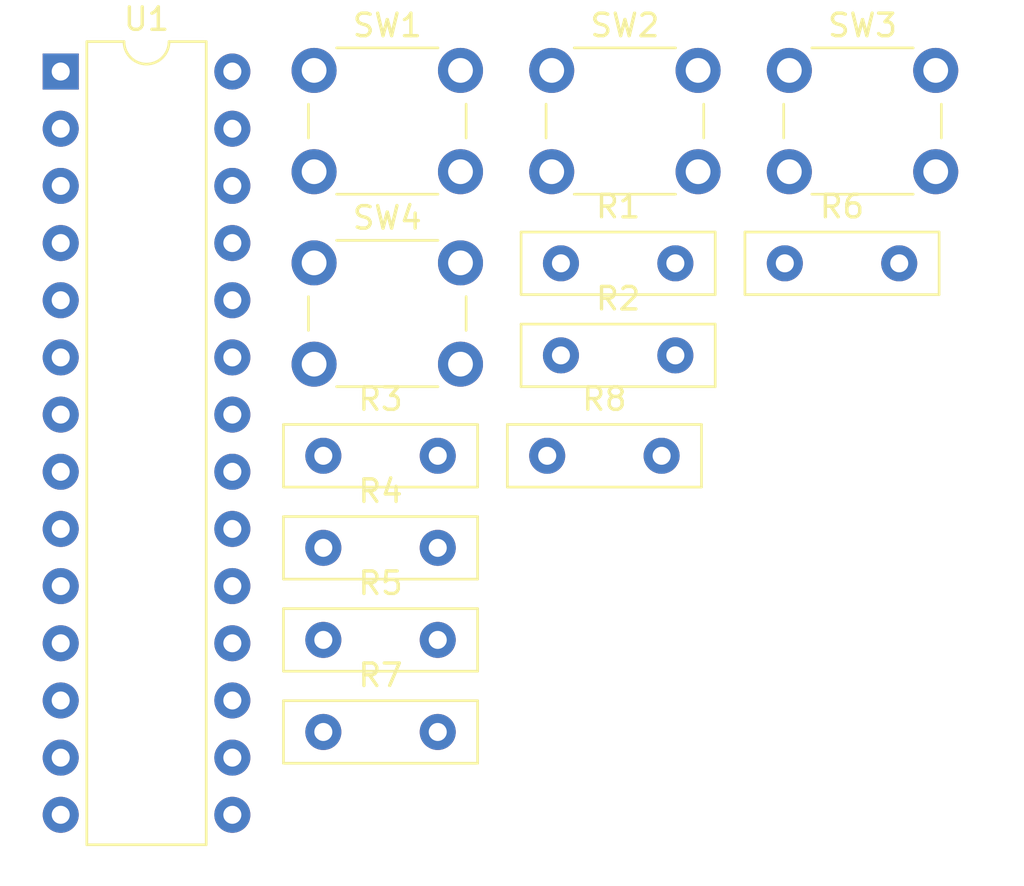
<source format=kicad_pcb>
(kicad_pcb (version 20171130) (host pcbnew "(5.1.6)-1")

  (general
    (thickness 1.6)
    (drawings 0)
    (tracks 0)
    (zones 0)
    (modules 13)
    (nets 28)
  )

  (page A4)
  (layers
    (0 F.Cu signal)
    (31 B.Cu signal)
    (32 B.Adhes user)
    (33 F.Adhes user)
    (34 B.Paste user)
    (35 F.Paste user)
    (36 B.SilkS user)
    (37 F.SilkS user)
    (38 B.Mask user)
    (39 F.Mask user)
    (40 Dwgs.User user)
    (41 Cmts.User user)
    (42 Eco1.User user)
    (43 Eco2.User user)
    (44 Edge.Cuts user)
    (45 Margin user)
    (46 B.CrtYd user)
    (47 F.CrtYd user)
    (48 B.Fab user)
    (49 F.Fab user)
  )

  (setup
    (last_trace_width 2)
    (trace_clearance 0.2)
    (zone_clearance 0.508)
    (zone_45_only no)
    (trace_min 0.2)
    (via_size 2)
    (via_drill 0.4)
    (via_min_size 0.4)
    (via_min_drill 0.3)
    (uvia_size 0.3)
    (uvia_drill 0.1)
    (uvias_allowed no)
    (uvia_min_size 0.2)
    (uvia_min_drill 0.1)
    (edge_width 0.05)
    (segment_width 0.2)
    (pcb_text_width 0.3)
    (pcb_text_size 1.5 1.5)
    (mod_edge_width 0.12)
    (mod_text_size 1 1)
    (mod_text_width 0.15)
    (pad_size 1.524 1.524)
    (pad_drill 0.762)
    (pad_to_mask_clearance 0.05)
    (aux_axis_origin 0 0)
    (visible_elements 7FFFFFFF)
    (pcbplotparams
      (layerselection 0x010fc_ffffffff)
      (usegerberextensions false)
      (usegerberattributes true)
      (usegerberadvancedattributes true)
      (creategerberjobfile true)
      (excludeedgelayer true)
      (linewidth 0.100000)
      (plotframeref false)
      (viasonmask false)
      (mode 1)
      (useauxorigin false)
      (hpglpennumber 1)
      (hpglpenspeed 20)
      (hpglpendiameter 15.000000)
      (psnegative false)
      (psa4output false)
      (plotreference true)
      (plotvalue true)
      (plotinvisibletext false)
      (padsonsilk false)
      (subtractmaskfromsilk false)
      (outputformat 1)
      (mirror false)
      (drillshape 1)
      (scaleselection 1)
      (outputdirectory ""))
  )

  (net 0 "")
  (net 1 "Net-(U1-Pad1)")
  (net 2 "Net-(U1-Pad15)")
  (net 3 "Net-(U1-Pad2)")
  (net 4 "Net-(U1-Pad16)")
  (net 5 "Net-(U1-Pad3)")
  (net 6 "Net-(U1-Pad17)")
  (net 7 "Net-(U1-Pad4)")
  (net 8 "Net-(U1-Pad18)")
  (net 9 "Net-(U1-Pad5)")
  (net 10 "Net-(U1-Pad19)")
  (net 11 "Net-(U1-Pad21)")
  (net 12 "Net-(U1-Pad9)")
  (net 13 "Net-(U1-Pad10)")
  (net 14 "Net-(U1-Pad27)")
  (net 15 "Net-(U1-Pad14)")
  (net 16 "Net-(U1-Pad28)")
  (net 17 "Net-(U1-Pad20)")
  (net 18 "Net-(R1-Pad2)")
  (net 19 "Net-(R1-Pad1)")
  (net 20 "Net-(R2-Pad1)")
  (net 21 "Net-(R3-Pad1)")
  (net 22 "Net-(R4-Pad1)")
  (net 23 "Net-(R5-Pad1)")
  (net 24 "Net-(R6-Pad1)")
  (net 25 "Net-(R7-Pad1)")
  (net 26 "Net-(R8-Pad1)")
  (net 27 "Net-(SW1-Pad2)")

  (net_class Default "This is the default net class."
    (clearance 0.2)
    (trace_width 2)
    (via_dia 2)
    (via_drill 0.4)
    (uvia_dia 0.3)
    (uvia_drill 0.1)
    (add_net "Net-(R1-Pad1)")
    (add_net "Net-(R1-Pad2)")
    (add_net "Net-(R2-Pad1)")
    (add_net "Net-(R3-Pad1)")
    (add_net "Net-(R4-Pad1)")
    (add_net "Net-(R5-Pad1)")
    (add_net "Net-(R6-Pad1)")
    (add_net "Net-(R7-Pad1)")
    (add_net "Net-(R8-Pad1)")
    (add_net "Net-(SW1-Pad2)")
    (add_net "Net-(U1-Pad1)")
    (add_net "Net-(U1-Pad10)")
    (add_net "Net-(U1-Pad14)")
    (add_net "Net-(U1-Pad15)")
    (add_net "Net-(U1-Pad16)")
    (add_net "Net-(U1-Pad17)")
    (add_net "Net-(U1-Pad18)")
    (add_net "Net-(U1-Pad19)")
    (add_net "Net-(U1-Pad2)")
    (add_net "Net-(U1-Pad20)")
    (add_net "Net-(U1-Pad21)")
    (add_net "Net-(U1-Pad27)")
    (add_net "Net-(U1-Pad28)")
    (add_net "Net-(U1-Pad3)")
    (add_net "Net-(U1-Pad4)")
    (add_net "Net-(U1-Pad5)")
    (add_net "Net-(U1-Pad9)")
  )

  (module Resistor_THT:R_Box_L8.4mm_W2.5mm_P5.08mm (layer F.Cu) (tedit 5AE5139B) (tstamp 5F3FEF13)
    (at 93.918085 48.314848)
    (descr "Resistor, Box series, Radial, pin pitch=5.08mm, 0.5W = 1/2W, length*width=8.38*2.54mm^2, http://www.vishay.com/docs/60051/cns020.pdf")
    (tags "Resistor Box series Radial pin pitch 5.08mm 0.5W = 1/2W length 8.38mm width 2.54mm")
    (path /5F3549C3)
    (fp_text reference R1 (at 2.54 -2.52) (layer F.SilkS)
      (effects (font (size 1 1) (thickness 0.15)))
    )
    (fp_text value R_Small_US (at 2.54 2.52) (layer F.Fab)
      (effects (font (size 1 1) (thickness 0.15)))
    )
    (fp_line (start 6.98 -1.52) (end -1.91 -1.52) (layer F.CrtYd) (width 0.05))
    (fp_line (start 6.98 1.52) (end 6.98 -1.52) (layer F.CrtYd) (width 0.05))
    (fp_line (start -1.91 1.52) (end 6.98 1.52) (layer F.CrtYd) (width 0.05))
    (fp_line (start -1.91 -1.52) (end -1.91 1.52) (layer F.CrtYd) (width 0.05))
    (fp_line (start 6.85 -1.39) (end 6.85 1.39) (layer F.SilkS) (width 0.12))
    (fp_line (start -1.77 -1.39) (end -1.77 1.39) (layer F.SilkS) (width 0.12))
    (fp_line (start -1.77 1.39) (end 6.85 1.39) (layer F.SilkS) (width 0.12))
    (fp_line (start -1.77 -1.39) (end 6.85 -1.39) (layer F.SilkS) (width 0.12))
    (fp_line (start 6.73 -1.27) (end -1.65 -1.27) (layer F.Fab) (width 0.1))
    (fp_line (start 6.73 1.27) (end 6.73 -1.27) (layer F.Fab) (width 0.1))
    (fp_line (start -1.65 1.27) (end 6.73 1.27) (layer F.Fab) (width 0.1))
    (fp_line (start -1.65 -1.27) (end -1.65 1.27) (layer F.Fab) (width 0.1))
    (fp_text user %R (at 2.54 0) (layer F.Fab)
      (effects (font (size 1 1) (thickness 0.15)))
    )
    (pad 1 thru_hole circle (at 0 0) (size 1.6 1.6) (drill 0.8) (layers *.Cu *.Mask)
      (net 19 "Net-(R1-Pad1)"))
    (pad 2 thru_hole circle (at 5.08 0) (size 1.6 1.6) (drill 0.8) (layers *.Cu *.Mask)
      (net 18 "Net-(R1-Pad2)"))
    (model ${KISYS3DMOD}/Resistor_THT.3dshapes/R_Box_L8.4mm_W2.5mm_P5.08mm.wrl
      (at (xyz 0 0 0))
      (scale (xyz 1 1 1))
      (rotate (xyz 0 0 0))
    )
  )

  (module Resistor_THT:R_Box_L8.4mm_W2.5mm_P5.08mm (layer F.Cu) (tedit 5AE5139B) (tstamp 5F3FEF26)
    (at 93.918085 52.404848)
    (descr "Resistor, Box series, Radial, pin pitch=5.08mm, 0.5W = 1/2W, length*width=8.38*2.54mm^2, http://www.vishay.com/docs/60051/cns020.pdf")
    (tags "Resistor Box series Radial pin pitch 5.08mm 0.5W = 1/2W length 8.38mm width 2.54mm")
    (path /5F459518)
    (fp_text reference R2 (at 2.54 -2.52) (layer F.SilkS)
      (effects (font (size 1 1) (thickness 0.15)))
    )
    (fp_text value R_Small_US (at 2.54 2.52) (layer F.Fab)
      (effects (font (size 1 1) (thickness 0.15)))
    )
    (fp_text user %R (at 2.54 0) (layer F.Fab)
      (effects (font (size 1 1) (thickness 0.15)))
    )
    (fp_line (start -1.65 -1.27) (end -1.65 1.27) (layer F.Fab) (width 0.1))
    (fp_line (start -1.65 1.27) (end 6.73 1.27) (layer F.Fab) (width 0.1))
    (fp_line (start 6.73 1.27) (end 6.73 -1.27) (layer F.Fab) (width 0.1))
    (fp_line (start 6.73 -1.27) (end -1.65 -1.27) (layer F.Fab) (width 0.1))
    (fp_line (start -1.77 -1.39) (end 6.85 -1.39) (layer F.SilkS) (width 0.12))
    (fp_line (start -1.77 1.39) (end 6.85 1.39) (layer F.SilkS) (width 0.12))
    (fp_line (start -1.77 -1.39) (end -1.77 1.39) (layer F.SilkS) (width 0.12))
    (fp_line (start 6.85 -1.39) (end 6.85 1.39) (layer F.SilkS) (width 0.12))
    (fp_line (start -1.91 -1.52) (end -1.91 1.52) (layer F.CrtYd) (width 0.05))
    (fp_line (start -1.91 1.52) (end 6.98 1.52) (layer F.CrtYd) (width 0.05))
    (fp_line (start 6.98 1.52) (end 6.98 -1.52) (layer F.CrtYd) (width 0.05))
    (fp_line (start 6.98 -1.52) (end -1.91 -1.52) (layer F.CrtYd) (width 0.05))
    (pad 2 thru_hole circle (at 5.08 0) (size 1.6 1.6) (drill 0.8) (layers *.Cu *.Mask)
      (net 18 "Net-(R1-Pad2)"))
    (pad 1 thru_hole circle (at 0 0) (size 1.6 1.6) (drill 0.8) (layers *.Cu *.Mask)
      (net 20 "Net-(R2-Pad1)"))
    (model ${KISYS3DMOD}/Resistor_THT.3dshapes/R_Box_L8.4mm_W2.5mm_P5.08mm.wrl
      (at (xyz 0 0 0))
      (scale (xyz 1 1 1))
      (rotate (xyz 0 0 0))
    )
  )

  (module Resistor_THT:R_Box_L8.4mm_W2.5mm_P5.08mm (layer F.Cu) (tedit 5AE5139B) (tstamp 5F3FEF39)
    (at 83.368085 56.864848)
    (descr "Resistor, Box series, Radial, pin pitch=5.08mm, 0.5W = 1/2W, length*width=8.38*2.54mm^2, http://www.vishay.com/docs/60051/cns020.pdf")
    (tags "Resistor Box series Radial pin pitch 5.08mm 0.5W = 1/2W length 8.38mm width 2.54mm")
    (path /5F459E52)
    (fp_text reference R3 (at 2.54 -2.52) (layer F.SilkS)
      (effects (font (size 1 1) (thickness 0.15)))
    )
    (fp_text value R_Small_US (at 2.54 2.52) (layer F.Fab)
      (effects (font (size 1 1) (thickness 0.15)))
    )
    (fp_line (start 6.98 -1.52) (end -1.91 -1.52) (layer F.CrtYd) (width 0.05))
    (fp_line (start 6.98 1.52) (end 6.98 -1.52) (layer F.CrtYd) (width 0.05))
    (fp_line (start -1.91 1.52) (end 6.98 1.52) (layer F.CrtYd) (width 0.05))
    (fp_line (start -1.91 -1.52) (end -1.91 1.52) (layer F.CrtYd) (width 0.05))
    (fp_line (start 6.85 -1.39) (end 6.85 1.39) (layer F.SilkS) (width 0.12))
    (fp_line (start -1.77 -1.39) (end -1.77 1.39) (layer F.SilkS) (width 0.12))
    (fp_line (start -1.77 1.39) (end 6.85 1.39) (layer F.SilkS) (width 0.12))
    (fp_line (start -1.77 -1.39) (end 6.85 -1.39) (layer F.SilkS) (width 0.12))
    (fp_line (start 6.73 -1.27) (end -1.65 -1.27) (layer F.Fab) (width 0.1))
    (fp_line (start 6.73 1.27) (end 6.73 -1.27) (layer F.Fab) (width 0.1))
    (fp_line (start -1.65 1.27) (end 6.73 1.27) (layer F.Fab) (width 0.1))
    (fp_line (start -1.65 -1.27) (end -1.65 1.27) (layer F.Fab) (width 0.1))
    (fp_text user %R (at 2.54 0) (layer F.Fab)
      (effects (font (size 1 1) (thickness 0.15)))
    )
    (pad 1 thru_hole circle (at 0 0) (size 1.6 1.6) (drill 0.8) (layers *.Cu *.Mask)
      (net 21 "Net-(R3-Pad1)"))
    (pad 2 thru_hole circle (at 5.08 0) (size 1.6 1.6) (drill 0.8) (layers *.Cu *.Mask)
      (net 18 "Net-(R1-Pad2)"))
    (model ${KISYS3DMOD}/Resistor_THT.3dshapes/R_Box_L8.4mm_W2.5mm_P5.08mm.wrl
      (at (xyz 0 0 0))
      (scale (xyz 1 1 1))
      (rotate (xyz 0 0 0))
    )
  )

  (module Resistor_THT:R_Box_L8.4mm_W2.5mm_P5.08mm (layer F.Cu) (tedit 5AE5139B) (tstamp 5F3FEF4C)
    (at 83.368085 60.954848)
    (descr "Resistor, Box series, Radial, pin pitch=5.08mm, 0.5W = 1/2W, length*width=8.38*2.54mm^2, http://www.vishay.com/docs/60051/cns020.pdf")
    (tags "Resistor Box series Radial pin pitch 5.08mm 0.5W = 1/2W length 8.38mm width 2.54mm")
    (path /5F459E5E)
    (fp_text reference R4 (at 2.54 -2.52) (layer F.SilkS)
      (effects (font (size 1 1) (thickness 0.15)))
    )
    (fp_text value R_Small_US (at 2.54 2.52) (layer F.Fab)
      (effects (font (size 1 1) (thickness 0.15)))
    )
    (fp_text user %R (at 2.54 0) (layer F.Fab)
      (effects (font (size 1 1) (thickness 0.15)))
    )
    (fp_line (start -1.65 -1.27) (end -1.65 1.27) (layer F.Fab) (width 0.1))
    (fp_line (start -1.65 1.27) (end 6.73 1.27) (layer F.Fab) (width 0.1))
    (fp_line (start 6.73 1.27) (end 6.73 -1.27) (layer F.Fab) (width 0.1))
    (fp_line (start 6.73 -1.27) (end -1.65 -1.27) (layer F.Fab) (width 0.1))
    (fp_line (start -1.77 -1.39) (end 6.85 -1.39) (layer F.SilkS) (width 0.12))
    (fp_line (start -1.77 1.39) (end 6.85 1.39) (layer F.SilkS) (width 0.12))
    (fp_line (start -1.77 -1.39) (end -1.77 1.39) (layer F.SilkS) (width 0.12))
    (fp_line (start 6.85 -1.39) (end 6.85 1.39) (layer F.SilkS) (width 0.12))
    (fp_line (start -1.91 -1.52) (end -1.91 1.52) (layer F.CrtYd) (width 0.05))
    (fp_line (start -1.91 1.52) (end 6.98 1.52) (layer F.CrtYd) (width 0.05))
    (fp_line (start 6.98 1.52) (end 6.98 -1.52) (layer F.CrtYd) (width 0.05))
    (fp_line (start 6.98 -1.52) (end -1.91 -1.52) (layer F.CrtYd) (width 0.05))
    (pad 2 thru_hole circle (at 5.08 0) (size 1.6 1.6) (drill 0.8) (layers *.Cu *.Mask)
      (net 18 "Net-(R1-Pad2)"))
    (pad 1 thru_hole circle (at 0 0) (size 1.6 1.6) (drill 0.8) (layers *.Cu *.Mask)
      (net 22 "Net-(R4-Pad1)"))
    (model ${KISYS3DMOD}/Resistor_THT.3dshapes/R_Box_L8.4mm_W2.5mm_P5.08mm.wrl
      (at (xyz 0 0 0))
      (scale (xyz 1 1 1))
      (rotate (xyz 0 0 0))
    )
  )

  (module Resistor_THT:R_Box_L8.4mm_W2.5mm_P5.08mm (layer F.Cu) (tedit 5AE5139B) (tstamp 5F3FEF5F)
    (at 83.368085 65.044848)
    (descr "Resistor, Box series, Radial, pin pitch=5.08mm, 0.5W = 1/2W, length*width=8.38*2.54mm^2, http://www.vishay.com/docs/60051/cns020.pdf")
    (tags "Resistor Box series Radial pin pitch 5.08mm 0.5W = 1/2W length 8.38mm width 2.54mm")
    (path /5F4B1512)
    (fp_text reference R5 (at 2.54 -2.52) (layer F.SilkS)
      (effects (font (size 1 1) (thickness 0.15)))
    )
    (fp_text value R_Small_US (at 2.54 2.52) (layer F.Fab)
      (effects (font (size 1 1) (thickness 0.15)))
    )
    (fp_text user %R (at 2.54 0) (layer F.Fab)
      (effects (font (size 1 1) (thickness 0.15)))
    )
    (fp_line (start -1.65 -1.27) (end -1.65 1.27) (layer F.Fab) (width 0.1))
    (fp_line (start -1.65 1.27) (end 6.73 1.27) (layer F.Fab) (width 0.1))
    (fp_line (start 6.73 1.27) (end 6.73 -1.27) (layer F.Fab) (width 0.1))
    (fp_line (start 6.73 -1.27) (end -1.65 -1.27) (layer F.Fab) (width 0.1))
    (fp_line (start -1.77 -1.39) (end 6.85 -1.39) (layer F.SilkS) (width 0.12))
    (fp_line (start -1.77 1.39) (end 6.85 1.39) (layer F.SilkS) (width 0.12))
    (fp_line (start -1.77 -1.39) (end -1.77 1.39) (layer F.SilkS) (width 0.12))
    (fp_line (start 6.85 -1.39) (end 6.85 1.39) (layer F.SilkS) (width 0.12))
    (fp_line (start -1.91 -1.52) (end -1.91 1.52) (layer F.CrtYd) (width 0.05))
    (fp_line (start -1.91 1.52) (end 6.98 1.52) (layer F.CrtYd) (width 0.05))
    (fp_line (start 6.98 1.52) (end 6.98 -1.52) (layer F.CrtYd) (width 0.05))
    (fp_line (start 6.98 -1.52) (end -1.91 -1.52) (layer F.CrtYd) (width 0.05))
    (pad 2 thru_hole circle (at 5.08 0) (size 1.6 1.6) (drill 0.8) (layers *.Cu *.Mask)
      (net 18 "Net-(R1-Pad2)"))
    (pad 1 thru_hole circle (at 0 0) (size 1.6 1.6) (drill 0.8) (layers *.Cu *.Mask)
      (net 23 "Net-(R5-Pad1)"))
    (model ${KISYS3DMOD}/Resistor_THT.3dshapes/R_Box_L8.4mm_W2.5mm_P5.08mm.wrl
      (at (xyz 0 0 0))
      (scale (xyz 1 1 1))
      (rotate (xyz 0 0 0))
    )
  )

  (module Resistor_THT:R_Box_L8.4mm_W2.5mm_P5.08mm (layer F.Cu) (tedit 5AE5139B) (tstamp 5F3FEF72)
    (at 103.858085 48.314848)
    (descr "Resistor, Box series, Radial, pin pitch=5.08mm, 0.5W = 1/2W, length*width=8.38*2.54mm^2, http://www.vishay.com/docs/60051/cns020.pdf")
    (tags "Resistor Box series Radial pin pitch 5.08mm 0.5W = 1/2W length 8.38mm width 2.54mm")
    (path /5F4B151D)
    (fp_text reference R6 (at 2.54 -2.52) (layer F.SilkS)
      (effects (font (size 1 1) (thickness 0.15)))
    )
    (fp_text value R_Small_US (at 2.54 2.52) (layer F.Fab)
      (effects (font (size 1 1) (thickness 0.15)))
    )
    (fp_line (start 6.98 -1.52) (end -1.91 -1.52) (layer F.CrtYd) (width 0.05))
    (fp_line (start 6.98 1.52) (end 6.98 -1.52) (layer F.CrtYd) (width 0.05))
    (fp_line (start -1.91 1.52) (end 6.98 1.52) (layer F.CrtYd) (width 0.05))
    (fp_line (start -1.91 -1.52) (end -1.91 1.52) (layer F.CrtYd) (width 0.05))
    (fp_line (start 6.85 -1.39) (end 6.85 1.39) (layer F.SilkS) (width 0.12))
    (fp_line (start -1.77 -1.39) (end -1.77 1.39) (layer F.SilkS) (width 0.12))
    (fp_line (start -1.77 1.39) (end 6.85 1.39) (layer F.SilkS) (width 0.12))
    (fp_line (start -1.77 -1.39) (end 6.85 -1.39) (layer F.SilkS) (width 0.12))
    (fp_line (start 6.73 -1.27) (end -1.65 -1.27) (layer F.Fab) (width 0.1))
    (fp_line (start 6.73 1.27) (end 6.73 -1.27) (layer F.Fab) (width 0.1))
    (fp_line (start -1.65 1.27) (end 6.73 1.27) (layer F.Fab) (width 0.1))
    (fp_line (start -1.65 -1.27) (end -1.65 1.27) (layer F.Fab) (width 0.1))
    (fp_text user %R (at 2.54 0) (layer F.Fab)
      (effects (font (size 1 1) (thickness 0.15)))
    )
    (pad 1 thru_hole circle (at 0 0) (size 1.6 1.6) (drill 0.8) (layers *.Cu *.Mask)
      (net 24 "Net-(R6-Pad1)"))
    (pad 2 thru_hole circle (at 5.08 0) (size 1.6 1.6) (drill 0.8) (layers *.Cu *.Mask)
      (net 18 "Net-(R1-Pad2)"))
    (model ${KISYS3DMOD}/Resistor_THT.3dshapes/R_Box_L8.4mm_W2.5mm_P5.08mm.wrl
      (at (xyz 0 0 0))
      (scale (xyz 1 1 1))
      (rotate (xyz 0 0 0))
    )
  )

  (module Resistor_THT:R_Box_L8.4mm_W2.5mm_P5.08mm (layer F.Cu) (tedit 5AE5139B) (tstamp 5F3FEF85)
    (at 83.368085 69.134848)
    (descr "Resistor, Box series, Radial, pin pitch=5.08mm, 0.5W = 1/2W, length*width=8.38*2.54mm^2, http://www.vishay.com/docs/60051/cns020.pdf")
    (tags "Resistor Box series Radial pin pitch 5.08mm 0.5W = 1/2W length 8.38mm width 2.54mm")
    (path /5F4B1528)
    (fp_text reference R7 (at 2.54 -2.52) (layer F.SilkS)
      (effects (font (size 1 1) (thickness 0.15)))
    )
    (fp_text value R_Small_US (at 2.54 2.52) (layer F.Fab)
      (effects (font (size 1 1) (thickness 0.15)))
    )
    (fp_line (start 6.98 -1.52) (end -1.91 -1.52) (layer F.CrtYd) (width 0.05))
    (fp_line (start 6.98 1.52) (end 6.98 -1.52) (layer F.CrtYd) (width 0.05))
    (fp_line (start -1.91 1.52) (end 6.98 1.52) (layer F.CrtYd) (width 0.05))
    (fp_line (start -1.91 -1.52) (end -1.91 1.52) (layer F.CrtYd) (width 0.05))
    (fp_line (start 6.85 -1.39) (end 6.85 1.39) (layer F.SilkS) (width 0.12))
    (fp_line (start -1.77 -1.39) (end -1.77 1.39) (layer F.SilkS) (width 0.12))
    (fp_line (start -1.77 1.39) (end 6.85 1.39) (layer F.SilkS) (width 0.12))
    (fp_line (start -1.77 -1.39) (end 6.85 -1.39) (layer F.SilkS) (width 0.12))
    (fp_line (start 6.73 -1.27) (end -1.65 -1.27) (layer F.Fab) (width 0.1))
    (fp_line (start 6.73 1.27) (end 6.73 -1.27) (layer F.Fab) (width 0.1))
    (fp_line (start -1.65 1.27) (end 6.73 1.27) (layer F.Fab) (width 0.1))
    (fp_line (start -1.65 -1.27) (end -1.65 1.27) (layer F.Fab) (width 0.1))
    (fp_text user %R (at 2.54 0) (layer F.Fab)
      (effects (font (size 1 1) (thickness 0.15)))
    )
    (pad 1 thru_hole circle (at 0 0) (size 1.6 1.6) (drill 0.8) (layers *.Cu *.Mask)
      (net 25 "Net-(R7-Pad1)"))
    (pad 2 thru_hole circle (at 5.08 0) (size 1.6 1.6) (drill 0.8) (layers *.Cu *.Mask)
      (net 18 "Net-(R1-Pad2)"))
    (model ${KISYS3DMOD}/Resistor_THT.3dshapes/R_Box_L8.4mm_W2.5mm_P5.08mm.wrl
      (at (xyz 0 0 0))
      (scale (xyz 1 1 1))
      (rotate (xyz 0 0 0))
    )
  )

  (module Resistor_THT:R_Box_L8.4mm_W2.5mm_P5.08mm (layer F.Cu) (tedit 5AE5139B) (tstamp 5F3FEF98)
    (at 93.308085 56.864848)
    (descr "Resistor, Box series, Radial, pin pitch=5.08mm, 0.5W = 1/2W, length*width=8.38*2.54mm^2, http://www.vishay.com/docs/60051/cns020.pdf")
    (tags "Resistor Box series Radial pin pitch 5.08mm 0.5W = 1/2W length 8.38mm width 2.54mm")
    (path /5F4B1532)
    (fp_text reference R8 (at 2.54 -2.52) (layer F.SilkS)
      (effects (font (size 1 1) (thickness 0.15)))
    )
    (fp_text value R_Small_US (at 2.54 2.52) (layer F.Fab)
      (effects (font (size 1 1) (thickness 0.15)))
    )
    (fp_text user %R (at 2.54 0) (layer F.Fab)
      (effects (font (size 1 1) (thickness 0.15)))
    )
    (fp_line (start -1.65 -1.27) (end -1.65 1.27) (layer F.Fab) (width 0.1))
    (fp_line (start -1.65 1.27) (end 6.73 1.27) (layer F.Fab) (width 0.1))
    (fp_line (start 6.73 1.27) (end 6.73 -1.27) (layer F.Fab) (width 0.1))
    (fp_line (start 6.73 -1.27) (end -1.65 -1.27) (layer F.Fab) (width 0.1))
    (fp_line (start -1.77 -1.39) (end 6.85 -1.39) (layer F.SilkS) (width 0.12))
    (fp_line (start -1.77 1.39) (end 6.85 1.39) (layer F.SilkS) (width 0.12))
    (fp_line (start -1.77 -1.39) (end -1.77 1.39) (layer F.SilkS) (width 0.12))
    (fp_line (start 6.85 -1.39) (end 6.85 1.39) (layer F.SilkS) (width 0.12))
    (fp_line (start -1.91 -1.52) (end -1.91 1.52) (layer F.CrtYd) (width 0.05))
    (fp_line (start -1.91 1.52) (end 6.98 1.52) (layer F.CrtYd) (width 0.05))
    (fp_line (start 6.98 1.52) (end 6.98 -1.52) (layer F.CrtYd) (width 0.05))
    (fp_line (start 6.98 -1.52) (end -1.91 -1.52) (layer F.CrtYd) (width 0.05))
    (pad 2 thru_hole circle (at 5.08 0) (size 1.6 1.6) (drill 0.8) (layers *.Cu *.Mask)
      (net 18 "Net-(R1-Pad2)"))
    (pad 1 thru_hole circle (at 0 0) (size 1.6 1.6) (drill 0.8) (layers *.Cu *.Mask)
      (net 26 "Net-(R8-Pad1)"))
    (model ${KISYS3DMOD}/Resistor_THT.3dshapes/R_Box_L8.4mm_W2.5mm_P5.08mm.wrl
      (at (xyz 0 0 0))
      (scale (xyz 1 1 1))
      (rotate (xyz 0 0 0))
    )
  )

  (module Button_Switch_THT:SW_PUSH_6mm_H4.3mm (layer F.Cu) (tedit 5A02FE31) (tstamp 5F3FEFB7)
    (at 82.958085 39.744848)
    (descr "tactile push button, 6x6mm e.g. PHAP33xx series, height=4.3mm")
    (tags "tact sw push 6mm")
    (path /5F42F260)
    (fp_text reference SW1 (at 3.25 -2) (layer F.SilkS)
      (effects (font (size 1 1) (thickness 0.15)))
    )
    (fp_text value SW_Push_Dual_x2 (at 3.75 6.7) (layer F.Fab)
      (effects (font (size 1 1) (thickness 0.15)))
    )
    (fp_text user %R (at 3.25 2.25) (layer F.Fab)
      (effects (font (size 1 1) (thickness 0.15)))
    )
    (fp_line (start 3.25 -0.75) (end 6.25 -0.75) (layer F.Fab) (width 0.1))
    (fp_line (start 6.25 -0.75) (end 6.25 5.25) (layer F.Fab) (width 0.1))
    (fp_line (start 6.25 5.25) (end 0.25 5.25) (layer F.Fab) (width 0.1))
    (fp_line (start 0.25 5.25) (end 0.25 -0.75) (layer F.Fab) (width 0.1))
    (fp_line (start 0.25 -0.75) (end 3.25 -0.75) (layer F.Fab) (width 0.1))
    (fp_line (start 7.75 6) (end 8 6) (layer F.CrtYd) (width 0.05))
    (fp_line (start 8 6) (end 8 5.75) (layer F.CrtYd) (width 0.05))
    (fp_line (start 7.75 -1.5) (end 8 -1.5) (layer F.CrtYd) (width 0.05))
    (fp_line (start 8 -1.5) (end 8 -1.25) (layer F.CrtYd) (width 0.05))
    (fp_line (start -1.5 -1.25) (end -1.5 -1.5) (layer F.CrtYd) (width 0.05))
    (fp_line (start -1.5 -1.5) (end -1.25 -1.5) (layer F.CrtYd) (width 0.05))
    (fp_line (start -1.5 5.75) (end -1.5 6) (layer F.CrtYd) (width 0.05))
    (fp_line (start -1.5 6) (end -1.25 6) (layer F.CrtYd) (width 0.05))
    (fp_line (start -1.25 -1.5) (end 7.75 -1.5) (layer F.CrtYd) (width 0.05))
    (fp_line (start -1.5 5.75) (end -1.5 -1.25) (layer F.CrtYd) (width 0.05))
    (fp_line (start 7.75 6) (end -1.25 6) (layer F.CrtYd) (width 0.05))
    (fp_line (start 8 -1.25) (end 8 5.75) (layer F.CrtYd) (width 0.05))
    (fp_line (start 1 5.5) (end 5.5 5.5) (layer F.SilkS) (width 0.12))
    (fp_line (start -0.25 1.5) (end -0.25 3) (layer F.SilkS) (width 0.12))
    (fp_line (start 5.5 -1) (end 1 -1) (layer F.SilkS) (width 0.12))
    (fp_line (start 6.75 3) (end 6.75 1.5) (layer F.SilkS) (width 0.12))
    (fp_circle (center 3.25 2.25) (end 1.25 2.5) (layer F.Fab) (width 0.1))
    (pad 1 thru_hole circle (at 6.5 0 90) (size 2 2) (drill 1.1) (layers *.Cu *.Mask)
      (net 20 "Net-(R2-Pad1)"))
    (pad 2 thru_hole circle (at 6.5 4.5 90) (size 2 2) (drill 1.1) (layers *.Cu *.Mask)
      (net 27 "Net-(SW1-Pad2)"))
    (pad 1 thru_hole circle (at 0 0 90) (size 2 2) (drill 1.1) (layers *.Cu *.Mask)
      (net 20 "Net-(R2-Pad1)"))
    (pad 2 thru_hole circle (at 0 4.5 90) (size 2 2) (drill 1.1) (layers *.Cu *.Mask)
      (net 27 "Net-(SW1-Pad2)"))
    (model ${KISYS3DMOD}/Button_Switch_THT.3dshapes/SW_PUSH_6mm_H4.3mm.wrl
      (at (xyz 0 0 0))
      (scale (xyz 1 1 1))
      (rotate (xyz 0 0 0))
    )
  )

  (module Button_Switch_THT:SW_PUSH_6mm_H4.3mm (layer F.Cu) (tedit 5A02FE31) (tstamp 5F3FEFD6)
    (at 93.508085 39.744848)
    (descr "tactile push button, 6x6mm e.g. PHAP33xx series, height=4.3mm")
    (tags "tact sw push 6mm")
    (path /5F4300F0)
    (fp_text reference SW2 (at 3.25 -2) (layer F.SilkS)
      (effects (font (size 1 1) (thickness 0.15)))
    )
    (fp_text value SW_Push_Dual_x2 (at 3.75 6.7) (layer F.Fab)
      (effects (font (size 1 1) (thickness 0.15)))
    )
    (fp_circle (center 3.25 2.25) (end 1.25 2.5) (layer F.Fab) (width 0.1))
    (fp_line (start 6.75 3) (end 6.75 1.5) (layer F.SilkS) (width 0.12))
    (fp_line (start 5.5 -1) (end 1 -1) (layer F.SilkS) (width 0.12))
    (fp_line (start -0.25 1.5) (end -0.25 3) (layer F.SilkS) (width 0.12))
    (fp_line (start 1 5.5) (end 5.5 5.5) (layer F.SilkS) (width 0.12))
    (fp_line (start 8 -1.25) (end 8 5.75) (layer F.CrtYd) (width 0.05))
    (fp_line (start 7.75 6) (end -1.25 6) (layer F.CrtYd) (width 0.05))
    (fp_line (start -1.5 5.75) (end -1.5 -1.25) (layer F.CrtYd) (width 0.05))
    (fp_line (start -1.25 -1.5) (end 7.75 -1.5) (layer F.CrtYd) (width 0.05))
    (fp_line (start -1.5 6) (end -1.25 6) (layer F.CrtYd) (width 0.05))
    (fp_line (start -1.5 5.75) (end -1.5 6) (layer F.CrtYd) (width 0.05))
    (fp_line (start -1.5 -1.5) (end -1.25 -1.5) (layer F.CrtYd) (width 0.05))
    (fp_line (start -1.5 -1.25) (end -1.5 -1.5) (layer F.CrtYd) (width 0.05))
    (fp_line (start 8 -1.5) (end 8 -1.25) (layer F.CrtYd) (width 0.05))
    (fp_line (start 7.75 -1.5) (end 8 -1.5) (layer F.CrtYd) (width 0.05))
    (fp_line (start 8 6) (end 8 5.75) (layer F.CrtYd) (width 0.05))
    (fp_line (start 7.75 6) (end 8 6) (layer F.CrtYd) (width 0.05))
    (fp_line (start 0.25 -0.75) (end 3.25 -0.75) (layer F.Fab) (width 0.1))
    (fp_line (start 0.25 5.25) (end 0.25 -0.75) (layer F.Fab) (width 0.1))
    (fp_line (start 6.25 5.25) (end 0.25 5.25) (layer F.Fab) (width 0.1))
    (fp_line (start 6.25 -0.75) (end 6.25 5.25) (layer F.Fab) (width 0.1))
    (fp_line (start 3.25 -0.75) (end 6.25 -0.75) (layer F.Fab) (width 0.1))
    (fp_text user %R (at 3.25 2.25) (layer F.Fab)
      (effects (font (size 1 1) (thickness 0.15)))
    )
    (pad 2 thru_hole circle (at 0 4.5 90) (size 2 2) (drill 1.1) (layers *.Cu *.Mask)
      (net 27 "Net-(SW1-Pad2)"))
    (pad 1 thru_hole circle (at 0 0 90) (size 2 2) (drill 1.1) (layers *.Cu *.Mask)
      (net 21 "Net-(R3-Pad1)"))
    (pad 2 thru_hole circle (at 6.5 4.5 90) (size 2 2) (drill 1.1) (layers *.Cu *.Mask)
      (net 27 "Net-(SW1-Pad2)"))
    (pad 1 thru_hole circle (at 6.5 0 90) (size 2 2) (drill 1.1) (layers *.Cu *.Mask)
      (net 21 "Net-(R3-Pad1)"))
    (model ${KISYS3DMOD}/Button_Switch_THT.3dshapes/SW_PUSH_6mm_H4.3mm.wrl
      (at (xyz 0 0 0))
      (scale (xyz 1 1 1))
      (rotate (xyz 0 0 0))
    )
  )

  (module Button_Switch_THT:SW_PUSH_6mm_H4.3mm (layer F.Cu) (tedit 5A02FE31) (tstamp 5F3FEFF5)
    (at 104.058085 39.744848)
    (descr "tactile push button, 6x6mm e.g. PHAP33xx series, height=4.3mm")
    (tags "tact sw push 6mm")
    (path /5F479DE5)
    (fp_text reference SW3 (at 3.25 -2) (layer F.SilkS)
      (effects (font (size 1 1) (thickness 0.15)))
    )
    (fp_text value SW_Push_Dual_x2 (at 3.75 6.7) (layer F.Fab)
      (effects (font (size 1 1) (thickness 0.15)))
    )
    (fp_text user %R (at 3.25 2.25) (layer F.Fab)
      (effects (font (size 1 1) (thickness 0.15)))
    )
    (fp_line (start 3.25 -0.75) (end 6.25 -0.75) (layer F.Fab) (width 0.1))
    (fp_line (start 6.25 -0.75) (end 6.25 5.25) (layer F.Fab) (width 0.1))
    (fp_line (start 6.25 5.25) (end 0.25 5.25) (layer F.Fab) (width 0.1))
    (fp_line (start 0.25 5.25) (end 0.25 -0.75) (layer F.Fab) (width 0.1))
    (fp_line (start 0.25 -0.75) (end 3.25 -0.75) (layer F.Fab) (width 0.1))
    (fp_line (start 7.75 6) (end 8 6) (layer F.CrtYd) (width 0.05))
    (fp_line (start 8 6) (end 8 5.75) (layer F.CrtYd) (width 0.05))
    (fp_line (start 7.75 -1.5) (end 8 -1.5) (layer F.CrtYd) (width 0.05))
    (fp_line (start 8 -1.5) (end 8 -1.25) (layer F.CrtYd) (width 0.05))
    (fp_line (start -1.5 -1.25) (end -1.5 -1.5) (layer F.CrtYd) (width 0.05))
    (fp_line (start -1.5 -1.5) (end -1.25 -1.5) (layer F.CrtYd) (width 0.05))
    (fp_line (start -1.5 5.75) (end -1.5 6) (layer F.CrtYd) (width 0.05))
    (fp_line (start -1.5 6) (end -1.25 6) (layer F.CrtYd) (width 0.05))
    (fp_line (start -1.25 -1.5) (end 7.75 -1.5) (layer F.CrtYd) (width 0.05))
    (fp_line (start -1.5 5.75) (end -1.5 -1.25) (layer F.CrtYd) (width 0.05))
    (fp_line (start 7.75 6) (end -1.25 6) (layer F.CrtYd) (width 0.05))
    (fp_line (start 8 -1.25) (end 8 5.75) (layer F.CrtYd) (width 0.05))
    (fp_line (start 1 5.5) (end 5.5 5.5) (layer F.SilkS) (width 0.12))
    (fp_line (start -0.25 1.5) (end -0.25 3) (layer F.SilkS) (width 0.12))
    (fp_line (start 5.5 -1) (end 1 -1) (layer F.SilkS) (width 0.12))
    (fp_line (start 6.75 3) (end 6.75 1.5) (layer F.SilkS) (width 0.12))
    (fp_circle (center 3.25 2.25) (end 1.25 2.5) (layer F.Fab) (width 0.1))
    (pad 1 thru_hole circle (at 6.5 0 90) (size 2 2) (drill 1.1) (layers *.Cu *.Mask)
      (net 23 "Net-(R5-Pad1)"))
    (pad 2 thru_hole circle (at 6.5 4.5 90) (size 2 2) (drill 1.1) (layers *.Cu *.Mask)
      (net 27 "Net-(SW1-Pad2)"))
    (pad 1 thru_hole circle (at 0 0 90) (size 2 2) (drill 1.1) (layers *.Cu *.Mask)
      (net 23 "Net-(R5-Pad1)"))
    (pad 2 thru_hole circle (at 0 4.5 90) (size 2 2) (drill 1.1) (layers *.Cu *.Mask)
      (net 27 "Net-(SW1-Pad2)"))
    (model ${KISYS3DMOD}/Button_Switch_THT.3dshapes/SW_PUSH_6mm_H4.3mm.wrl
      (at (xyz 0 0 0))
      (scale (xyz 1 1 1))
      (rotate (xyz 0 0 0))
    )
  )

  (module Button_Switch_THT:SW_PUSH_6mm_H4.3mm (layer F.Cu) (tedit 5A02FE31) (tstamp 5F3FF014)
    (at 82.958085 48.294848)
    (descr "tactile push button, 6x6mm e.g. PHAP33xx series, height=4.3mm")
    (tags "tact sw push 6mm")
    (path /5F479DCE)
    (fp_text reference SW4 (at 3.25 -2) (layer F.SilkS)
      (effects (font (size 1 1) (thickness 0.15)))
    )
    (fp_text value SW_Push_Dual_x2 (at 3.75 6.7) (layer F.Fab)
      (effects (font (size 1 1) (thickness 0.15)))
    )
    (fp_circle (center 3.25 2.25) (end 1.25 2.5) (layer F.Fab) (width 0.1))
    (fp_line (start 6.75 3) (end 6.75 1.5) (layer F.SilkS) (width 0.12))
    (fp_line (start 5.5 -1) (end 1 -1) (layer F.SilkS) (width 0.12))
    (fp_line (start -0.25 1.5) (end -0.25 3) (layer F.SilkS) (width 0.12))
    (fp_line (start 1 5.5) (end 5.5 5.5) (layer F.SilkS) (width 0.12))
    (fp_line (start 8 -1.25) (end 8 5.75) (layer F.CrtYd) (width 0.05))
    (fp_line (start 7.75 6) (end -1.25 6) (layer F.CrtYd) (width 0.05))
    (fp_line (start -1.5 5.75) (end -1.5 -1.25) (layer F.CrtYd) (width 0.05))
    (fp_line (start -1.25 -1.5) (end 7.75 -1.5) (layer F.CrtYd) (width 0.05))
    (fp_line (start -1.5 6) (end -1.25 6) (layer F.CrtYd) (width 0.05))
    (fp_line (start -1.5 5.75) (end -1.5 6) (layer F.CrtYd) (width 0.05))
    (fp_line (start -1.5 -1.5) (end -1.25 -1.5) (layer F.CrtYd) (width 0.05))
    (fp_line (start -1.5 -1.25) (end -1.5 -1.5) (layer F.CrtYd) (width 0.05))
    (fp_line (start 8 -1.5) (end 8 -1.25) (layer F.CrtYd) (width 0.05))
    (fp_line (start 7.75 -1.5) (end 8 -1.5) (layer F.CrtYd) (width 0.05))
    (fp_line (start 8 6) (end 8 5.75) (layer F.CrtYd) (width 0.05))
    (fp_line (start 7.75 6) (end 8 6) (layer F.CrtYd) (width 0.05))
    (fp_line (start 0.25 -0.75) (end 3.25 -0.75) (layer F.Fab) (width 0.1))
    (fp_line (start 0.25 5.25) (end 0.25 -0.75) (layer F.Fab) (width 0.1))
    (fp_line (start 6.25 5.25) (end 0.25 5.25) (layer F.Fab) (width 0.1))
    (fp_line (start 6.25 -0.75) (end 6.25 5.25) (layer F.Fab) (width 0.1))
    (fp_line (start 3.25 -0.75) (end 6.25 -0.75) (layer F.Fab) (width 0.1))
    (fp_text user %R (at 3.25 2.25) (layer F.Fab)
      (effects (font (size 1 1) (thickness 0.15)))
    )
    (pad 2 thru_hole circle (at 0 4.5 90) (size 2 2) (drill 1.1) (layers *.Cu *.Mask)
      (net 27 "Net-(SW1-Pad2)"))
    (pad 1 thru_hole circle (at 0 0 90) (size 2 2) (drill 1.1) (layers *.Cu *.Mask)
      (net 25 "Net-(R7-Pad1)"))
    (pad 2 thru_hole circle (at 6.5 4.5 90) (size 2 2) (drill 1.1) (layers *.Cu *.Mask)
      (net 27 "Net-(SW1-Pad2)"))
    (pad 1 thru_hole circle (at 6.5 0 90) (size 2 2) (drill 1.1) (layers *.Cu *.Mask)
      (net 25 "Net-(R7-Pad1)"))
    (model ${KISYS3DMOD}/Button_Switch_THT.3dshapes/SW_PUSH_6mm_H4.3mm.wrl
      (at (xyz 0 0 0))
      (scale (xyz 1 1 1))
      (rotate (xyz 0 0 0))
    )
  )

  (module Package_DIP:DIP-28_W7.62mm (layer F.Cu) (tedit 5A02E8C5) (tstamp 5F3FF044)
    (at 71.708085 39.794848)
    (descr "28-lead though-hole mounted DIP package, row spacing 7.62 mm (300 mils)")
    (tags "THT DIP DIL PDIP 2.54mm 7.62mm 300mil")
    (path /5F37103E)
    (fp_text reference U1 (at 3.81 -2.33) (layer F.SilkS)
      (effects (font (size 1 1) (thickness 0.15)))
    )
    (fp_text value ATmega328P-PU (at 3.81 35.35) (layer F.Fab)
      (effects (font (size 1 1) (thickness 0.15)))
    )
    (fp_line (start 8.7 -1.55) (end -1.1 -1.55) (layer F.CrtYd) (width 0.05))
    (fp_line (start 8.7 34.55) (end 8.7 -1.55) (layer F.CrtYd) (width 0.05))
    (fp_line (start -1.1 34.55) (end 8.7 34.55) (layer F.CrtYd) (width 0.05))
    (fp_line (start -1.1 -1.55) (end -1.1 34.55) (layer F.CrtYd) (width 0.05))
    (fp_line (start 6.46 -1.33) (end 4.81 -1.33) (layer F.SilkS) (width 0.12))
    (fp_line (start 6.46 34.35) (end 6.46 -1.33) (layer F.SilkS) (width 0.12))
    (fp_line (start 1.16 34.35) (end 6.46 34.35) (layer F.SilkS) (width 0.12))
    (fp_line (start 1.16 -1.33) (end 1.16 34.35) (layer F.SilkS) (width 0.12))
    (fp_line (start 2.81 -1.33) (end 1.16 -1.33) (layer F.SilkS) (width 0.12))
    (fp_line (start 0.635 -0.27) (end 1.635 -1.27) (layer F.Fab) (width 0.1))
    (fp_line (start 0.635 34.29) (end 0.635 -0.27) (layer F.Fab) (width 0.1))
    (fp_line (start 6.985 34.29) (end 0.635 34.29) (layer F.Fab) (width 0.1))
    (fp_line (start 6.985 -1.27) (end 6.985 34.29) (layer F.Fab) (width 0.1))
    (fp_line (start 1.635 -1.27) (end 6.985 -1.27) (layer F.Fab) (width 0.1))
    (fp_arc (start 3.81 -1.33) (end 2.81 -1.33) (angle -180) (layer F.SilkS) (width 0.12))
    (fp_text user %R (at 3.81 16.51) (layer F.Fab)
      (effects (font (size 1 1) (thickness 0.15)))
    )
    (pad 1 thru_hole rect (at 0 0) (size 1.6 1.6) (drill 0.8) (layers *.Cu *.Mask)
      (net 1 "Net-(U1-Pad1)"))
    (pad 15 thru_hole oval (at 7.62 33.02) (size 1.6 1.6) (drill 0.8) (layers *.Cu *.Mask)
      (net 2 "Net-(U1-Pad15)"))
    (pad 2 thru_hole oval (at 0 2.54) (size 1.6 1.6) (drill 0.8) (layers *.Cu *.Mask)
      (net 3 "Net-(U1-Pad2)"))
    (pad 16 thru_hole oval (at 7.62 30.48) (size 1.6 1.6) (drill 0.8) (layers *.Cu *.Mask)
      (net 4 "Net-(U1-Pad16)"))
    (pad 3 thru_hole oval (at 0 5.08) (size 1.6 1.6) (drill 0.8) (layers *.Cu *.Mask)
      (net 5 "Net-(U1-Pad3)"))
    (pad 17 thru_hole oval (at 7.62 27.94) (size 1.6 1.6) (drill 0.8) (layers *.Cu *.Mask)
      (net 6 "Net-(U1-Pad17)"))
    (pad 4 thru_hole oval (at 0 7.62) (size 1.6 1.6) (drill 0.8) (layers *.Cu *.Mask)
      (net 7 "Net-(U1-Pad4)"))
    (pad 18 thru_hole oval (at 7.62 25.4) (size 1.6 1.6) (drill 0.8) (layers *.Cu *.Mask)
      (net 8 "Net-(U1-Pad18)"))
    (pad 5 thru_hole oval (at 0 10.16) (size 1.6 1.6) (drill 0.8) (layers *.Cu *.Mask)
      (net 9 "Net-(U1-Pad5)"))
    (pad 19 thru_hole oval (at 7.62 22.86) (size 1.6 1.6) (drill 0.8) (layers *.Cu *.Mask)
      (net 10 "Net-(U1-Pad19)"))
    (pad 6 thru_hole oval (at 0 12.7) (size 1.6 1.6) (drill 0.8) (layers *.Cu *.Mask)
      (net 23 "Net-(R5-Pad1)"))
    (pad 20 thru_hole oval (at 7.62 20.32) (size 1.6 1.6) (drill 0.8) (layers *.Cu *.Mask)
      (net 17 "Net-(U1-Pad20)"))
    (pad 7 thru_hole oval (at 0 15.24) (size 1.6 1.6) (drill 0.8) (layers *.Cu *.Mask)
      (net 27 "Net-(SW1-Pad2)"))
    (pad 21 thru_hole oval (at 7.62 17.78) (size 1.6 1.6) (drill 0.8) (layers *.Cu *.Mask)
      (net 11 "Net-(U1-Pad21)"))
    (pad 8 thru_hole oval (at 0 17.78) (size 1.6 1.6) (drill 0.8) (layers *.Cu *.Mask)
      (net 18 "Net-(R1-Pad2)"))
    (pad 22 thru_hole oval (at 7.62 15.24) (size 1.6 1.6) (drill 0.8) (layers *.Cu *.Mask)
      (net 18 "Net-(R1-Pad2)"))
    (pad 9 thru_hole oval (at 0 20.32) (size 1.6 1.6) (drill 0.8) (layers *.Cu *.Mask)
      (net 12 "Net-(U1-Pad9)"))
    (pad 23 thru_hole oval (at 7.62 12.7) (size 1.6 1.6) (drill 0.8) (layers *.Cu *.Mask)
      (net 19 "Net-(R1-Pad1)"))
    (pad 10 thru_hole oval (at 0 22.86) (size 1.6 1.6) (drill 0.8) (layers *.Cu *.Mask)
      (net 13 "Net-(U1-Pad10)"))
    (pad 24 thru_hole oval (at 7.62 10.16) (size 1.6 1.6) (drill 0.8) (layers *.Cu *.Mask)
      (net 20 "Net-(R2-Pad1)"))
    (pad 11 thru_hole oval (at 0 25.4) (size 1.6 1.6) (drill 0.8) (layers *.Cu *.Mask)
      (net 24 "Net-(R6-Pad1)"))
    (pad 25 thru_hole oval (at 7.62 7.62) (size 1.6 1.6) (drill 0.8) (layers *.Cu *.Mask)
      (net 21 "Net-(R3-Pad1)"))
    (pad 12 thru_hole oval (at 0 27.94) (size 1.6 1.6) (drill 0.8) (layers *.Cu *.Mask)
      (net 25 "Net-(R7-Pad1)"))
    (pad 26 thru_hole oval (at 7.62 5.08) (size 1.6 1.6) (drill 0.8) (layers *.Cu *.Mask)
      (net 22 "Net-(R4-Pad1)"))
    (pad 13 thru_hole oval (at 0 30.48) (size 1.6 1.6) (drill 0.8) (layers *.Cu *.Mask)
      (net 26 "Net-(R8-Pad1)"))
    (pad 27 thru_hole oval (at 7.62 2.54) (size 1.6 1.6) (drill 0.8) (layers *.Cu *.Mask)
      (net 14 "Net-(U1-Pad27)"))
    (pad 14 thru_hole oval (at 0 33.02) (size 1.6 1.6) (drill 0.8) (layers *.Cu *.Mask)
      (net 15 "Net-(U1-Pad14)"))
    (pad 28 thru_hole oval (at 7.62 0) (size 1.6 1.6) (drill 0.8) (layers *.Cu *.Mask)
      (net 16 "Net-(U1-Pad28)"))
    (model ${KISYS3DMOD}/Package_DIP.3dshapes/DIP-28_W7.62mm.wrl
      (at (xyz 0 0 0))
      (scale (xyz 1 1 1))
      (rotate (xyz 0 0 0))
    )
  )

)

</source>
